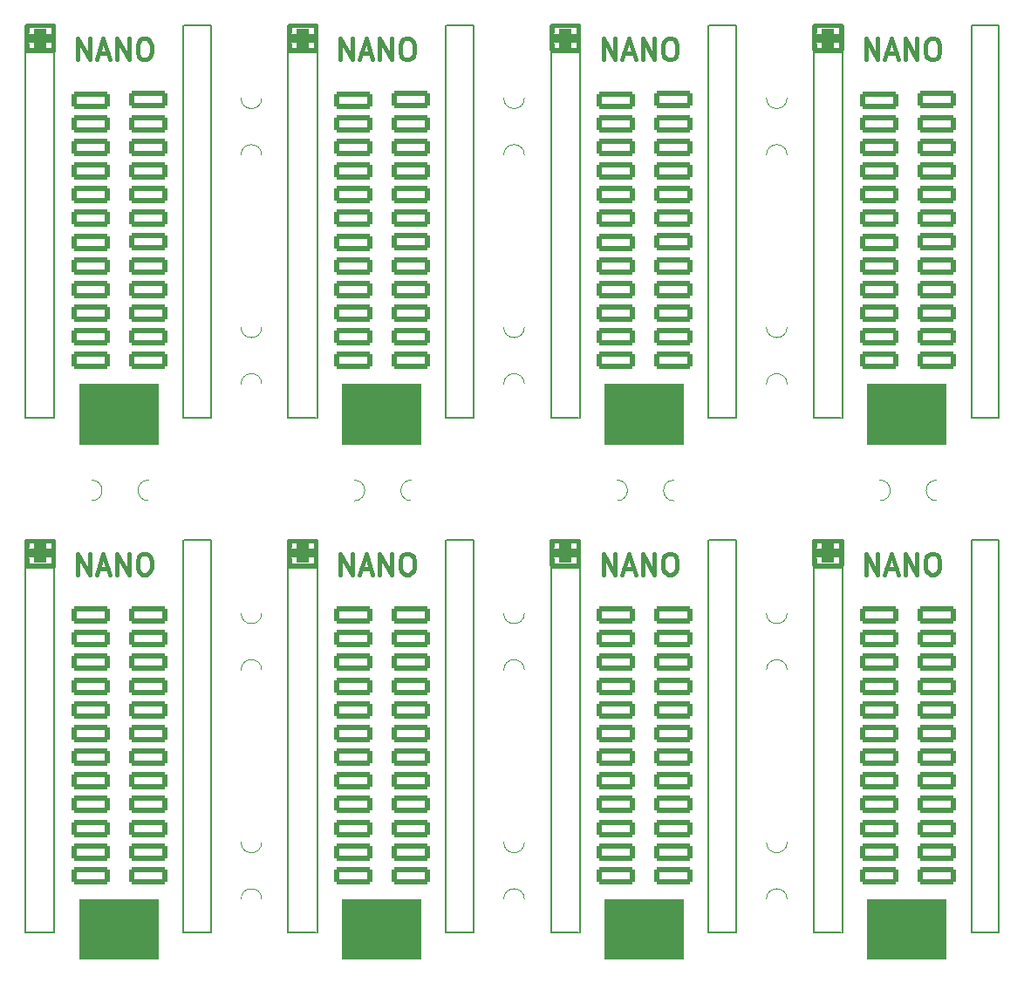
<source format=gto>
G04 #@! TF.GenerationSoftware,KiCad,Pcbnew,6.0.0-d3dd2cf0fa~116~ubuntu20.04.1*
G04 #@! TF.CreationDate,2022-01-17T17:50:43+01:00*
G04 #@! TF.ProjectId,8xArduino_GPIB_Cuttout,38784172-6475-4696-9e6f-5f475049425f,rev?*
G04 #@! TF.SameCoordinates,Original*
G04 #@! TF.FileFunction,Legend,Top*
G04 #@! TF.FilePolarity,Positive*
%FSLAX46Y46*%
G04 Gerber Fmt 4.6, Leading zero omitted, Abs format (unit mm)*
G04 Created by KiCad (PCBNEW 6.0.0-d3dd2cf0fa~116~ubuntu20.04.1) date 2022-01-17 17:50:43*
%MOMM*%
%LPD*%
G01*
G04 APERTURE LIST*
G04 Aperture macros list*
%AMRoundRect*
0 Rectangle with rounded corners*
0 $1 Rounding radius*
0 $2 $3 $4 $5 $6 $7 $8 $9 X,Y pos of 4 corners*
0 Add a 4 corners polygon primitive as box body*
4,1,4,$2,$3,$4,$5,$6,$7,$8,$9,$2,$3,0*
0 Add four circle primitives for the rounded corners*
1,1,$1+$1,$2,$3*
1,1,$1+$1,$4,$5*
1,1,$1+$1,$6,$7*
1,1,$1+$1,$8,$9*
0 Add four rect primitives between the rounded corners*
20,1,$1+$1,$2,$3,$4,$5,0*
20,1,$1+$1,$4,$5,$6,$7,0*
20,1,$1+$1,$6,$7,$8,$9,0*
20,1,$1+$1,$8,$9,$2,$3,0*%
G04 Aperture macros list end*
%ADD10C,0.400000*%
%ADD11C,0.100000*%
%ADD12C,0.120000*%
%ADD13C,0.200000*%
%ADD14C,0.300000*%
%ADD15C,0.602000*%
%ADD16RoundRect,0.251000X-1.600000X0.600000X-1.600000X-0.600000X1.600000X-0.600000X1.600000X0.600000X0*%
%ADD17RoundRect,0.476000X-0.625000X-0.425000X0.625000X-0.425000X0.625000X0.425000X-0.625000X0.425000X0*%
%ADD18O,2.202000X1.802000*%
G04 APERTURE END LIST*
D10*
X145620001Y-108525001D02*
X148145000Y-108525001D01*
X148145000Y-108525001D02*
X148145000Y-110980000D01*
X148145000Y-110980000D02*
X145620001Y-110980000D01*
X145620001Y-110980000D02*
X145620001Y-108525001D01*
X145620001Y-58525001D02*
X148145000Y-58525001D01*
X148145000Y-58525001D02*
X148145000Y-60980000D01*
X148145000Y-60980000D02*
X145620001Y-60980000D01*
X145620001Y-60980000D02*
X145620001Y-58525001D01*
X120120001Y-58525001D02*
X122645000Y-58525001D01*
X122645000Y-58525001D02*
X122645000Y-60980000D01*
X122645000Y-60980000D02*
X120120001Y-60980000D01*
X120120001Y-60980000D02*
X120120001Y-58525001D01*
X94620001Y-58525001D02*
X97145000Y-58525001D01*
X97145000Y-58525001D02*
X97145000Y-60980000D01*
X97145000Y-60980000D02*
X94620001Y-60980000D01*
X94620001Y-60980000D02*
X94620001Y-58525001D01*
X171120001Y-58525001D02*
X173645000Y-58525001D01*
X173645000Y-58525001D02*
X173645000Y-60980000D01*
X173645000Y-60980000D02*
X171120001Y-60980000D01*
X171120001Y-60980000D02*
X171120001Y-58525001D01*
X171120001Y-108525001D02*
X173645000Y-108525001D01*
X173645000Y-108525001D02*
X173645000Y-110980000D01*
X173645000Y-110980000D02*
X171120001Y-110980000D01*
X171120001Y-110980000D02*
X171120001Y-108525001D01*
X120120001Y-108525001D02*
X122645000Y-108525001D01*
X122645000Y-108525001D02*
X122645000Y-110980000D01*
X122645000Y-110980000D02*
X120120001Y-110980000D01*
X120120001Y-110980000D02*
X120120001Y-108525001D01*
X94620001Y-108525001D02*
X97145000Y-108525001D01*
X97145000Y-108525001D02*
X97145000Y-110980000D01*
X97145000Y-110980000D02*
X94620001Y-110980000D01*
X94620001Y-110980000D02*
X94620001Y-108525001D01*
X99571190Y-111814761D02*
X99571190Y-109814761D01*
X100714047Y-111814761D01*
X100714047Y-109814761D01*
X101571190Y-111243333D02*
X102523571Y-111243333D01*
X101380714Y-111814761D02*
X102047380Y-109814761D01*
X102714047Y-111814761D01*
X103380714Y-111814761D02*
X103380714Y-109814761D01*
X104523571Y-111814761D01*
X104523571Y-109814761D01*
X105856904Y-109814761D02*
X106237857Y-109814761D01*
X106428333Y-109910000D01*
X106618809Y-110100476D01*
X106714047Y-110481428D01*
X106714047Y-111148095D01*
X106618809Y-111529047D01*
X106428333Y-111719523D01*
X106237857Y-111814761D01*
X105856904Y-111814761D01*
X105666428Y-111719523D01*
X105475952Y-111529047D01*
X105380714Y-111148095D01*
X105380714Y-110481428D01*
X105475952Y-110100476D01*
X105666428Y-109910000D01*
X105856904Y-109814761D01*
X176071190Y-61814761D02*
X176071190Y-59814761D01*
X177214047Y-61814761D01*
X177214047Y-59814761D01*
X178071190Y-61243333D02*
X179023571Y-61243333D01*
X177880714Y-61814761D02*
X178547380Y-59814761D01*
X179214047Y-61814761D01*
X179880714Y-61814761D02*
X179880714Y-59814761D01*
X181023571Y-61814761D01*
X181023571Y-59814761D01*
X182356904Y-59814761D02*
X182737857Y-59814761D01*
X182928333Y-59910000D01*
X183118809Y-60100476D01*
X183214047Y-60481428D01*
X183214047Y-61148095D01*
X183118809Y-61529047D01*
X182928333Y-61719523D01*
X182737857Y-61814761D01*
X182356904Y-61814761D01*
X182166428Y-61719523D01*
X181975952Y-61529047D01*
X181880714Y-61148095D01*
X181880714Y-60481428D01*
X181975952Y-60100476D01*
X182166428Y-59910000D01*
X182356904Y-59814761D01*
X125071190Y-111814761D02*
X125071190Y-109814761D01*
X126214047Y-111814761D01*
X126214047Y-109814761D01*
X127071190Y-111243333D02*
X128023571Y-111243333D01*
X126880714Y-111814761D02*
X127547380Y-109814761D01*
X128214047Y-111814761D01*
X128880714Y-111814761D02*
X128880714Y-109814761D01*
X130023571Y-111814761D01*
X130023571Y-109814761D01*
X131356904Y-109814761D02*
X131737857Y-109814761D01*
X131928333Y-109910000D01*
X132118809Y-110100476D01*
X132214047Y-110481428D01*
X132214047Y-111148095D01*
X132118809Y-111529047D01*
X131928333Y-111719523D01*
X131737857Y-111814761D01*
X131356904Y-111814761D01*
X131166428Y-111719523D01*
X130975952Y-111529047D01*
X130880714Y-111148095D01*
X130880714Y-110481428D01*
X130975952Y-110100476D01*
X131166428Y-109910000D01*
X131356904Y-109814761D01*
X99571190Y-61814761D02*
X99571190Y-59814761D01*
X100714047Y-61814761D01*
X100714047Y-59814761D01*
X101571190Y-61243333D02*
X102523571Y-61243333D01*
X101380714Y-61814761D02*
X102047380Y-59814761D01*
X102714047Y-61814761D01*
X103380714Y-61814761D02*
X103380714Y-59814761D01*
X104523571Y-61814761D01*
X104523571Y-59814761D01*
X105856904Y-59814761D02*
X106237857Y-59814761D01*
X106428333Y-59910000D01*
X106618809Y-60100476D01*
X106714047Y-60481428D01*
X106714047Y-61148095D01*
X106618809Y-61529047D01*
X106428333Y-61719523D01*
X106237857Y-61814761D01*
X105856904Y-61814761D01*
X105666428Y-61719523D01*
X105475952Y-61529047D01*
X105380714Y-61148095D01*
X105380714Y-60481428D01*
X105475952Y-60100476D01*
X105666428Y-59910000D01*
X105856904Y-59814761D01*
X150571190Y-111814761D02*
X150571190Y-109814761D01*
X151714047Y-111814761D01*
X151714047Y-109814761D01*
X152571190Y-111243333D02*
X153523571Y-111243333D01*
X152380714Y-111814761D02*
X153047380Y-109814761D01*
X153714047Y-111814761D01*
X154380714Y-111814761D02*
X154380714Y-109814761D01*
X155523571Y-111814761D01*
X155523571Y-109814761D01*
X156856904Y-109814761D02*
X157237857Y-109814761D01*
X157428333Y-109910000D01*
X157618809Y-110100476D01*
X157714047Y-110481428D01*
X157714047Y-111148095D01*
X157618809Y-111529047D01*
X157428333Y-111719523D01*
X157237857Y-111814761D01*
X156856904Y-111814761D01*
X156666428Y-111719523D01*
X156475952Y-111529047D01*
X156380714Y-111148095D01*
X156380714Y-110481428D01*
X156475952Y-110100476D01*
X156666428Y-109910000D01*
X156856904Y-109814761D01*
X125071190Y-61814761D02*
X125071190Y-59814761D01*
X126214047Y-61814761D01*
X126214047Y-59814761D01*
X127071190Y-61243333D02*
X128023571Y-61243333D01*
X126880714Y-61814761D02*
X127547380Y-59814761D01*
X128214047Y-61814761D01*
X128880714Y-61814761D02*
X128880714Y-59814761D01*
X130023571Y-61814761D01*
X130023571Y-59814761D01*
X131356904Y-59814761D02*
X131737857Y-59814761D01*
X131928333Y-59910000D01*
X132118809Y-60100476D01*
X132214047Y-60481428D01*
X132214047Y-61148095D01*
X132118809Y-61529047D01*
X131928333Y-61719523D01*
X131737857Y-61814761D01*
X131356904Y-61814761D01*
X131166428Y-61719523D01*
X130975952Y-61529047D01*
X130880714Y-61148095D01*
X130880714Y-60481428D01*
X130975952Y-60100476D01*
X131166428Y-59910000D01*
X131356904Y-59814761D01*
X176071190Y-111814761D02*
X176071190Y-109814761D01*
X177214047Y-111814761D01*
X177214047Y-109814761D01*
X178071190Y-111243333D02*
X179023571Y-111243333D01*
X177880714Y-111814761D02*
X178547380Y-109814761D01*
X179214047Y-111814761D01*
X179880714Y-111814761D02*
X179880714Y-109814761D01*
X181023571Y-111814761D01*
X181023571Y-109814761D01*
X182356904Y-109814761D02*
X182737857Y-109814761D01*
X182928333Y-109910000D01*
X183118809Y-110100476D01*
X183214047Y-110481428D01*
X183214047Y-111148095D01*
X183118809Y-111529047D01*
X182928333Y-111719523D01*
X182737857Y-111814761D01*
X182356904Y-111814761D01*
X182166428Y-111719523D01*
X181975952Y-111529047D01*
X181880714Y-111148095D01*
X181880714Y-110481428D01*
X181975952Y-110100476D01*
X182166428Y-109910000D01*
X182356904Y-109814761D01*
X150571190Y-61814761D02*
X150571190Y-59814761D01*
X151714047Y-61814761D01*
X151714047Y-59814761D01*
X152571190Y-61243333D02*
X153523571Y-61243333D01*
X152380714Y-61814761D02*
X153047380Y-59814761D01*
X153714047Y-61814761D01*
X154380714Y-61814761D02*
X154380714Y-59814761D01*
X155523571Y-61814761D01*
X155523571Y-59814761D01*
X156856904Y-59814761D02*
X157237857Y-59814761D01*
X157428333Y-59910000D01*
X157618809Y-60100476D01*
X157714047Y-60481428D01*
X157714047Y-61148095D01*
X157618809Y-61529047D01*
X157428333Y-61719523D01*
X157237857Y-61814761D01*
X156856904Y-61814761D01*
X156666428Y-61719523D01*
X156475952Y-61529047D01*
X156380714Y-61148095D01*
X156380714Y-60481428D01*
X156475952Y-60100476D01*
X156666428Y-59910000D01*
X156856904Y-59814761D01*
D11*
X142920000Y-121095000D02*
G75*
G03*
X140920000Y-121095000I-1000000J0D01*
G01*
X140920000Y-115595000D02*
G75*
G03*
X142920000Y-115595000I1000000J0D01*
G01*
X142920000Y-143330000D02*
G75*
G03*
X140920000Y-143330000I-1000000J0D01*
G01*
X140920000Y-137830000D02*
G75*
G03*
X142920000Y-137830000I1000000J0D01*
G01*
D12*
X173670001Y-111015001D02*
X171000001Y-111015001D01*
D13*
X173670001Y-146575001D02*
X170990001Y-146575001D01*
X186300001Y-108475001D02*
X186300001Y-146575001D01*
X173800001Y-111015001D02*
X173800001Y-146575001D01*
X186370001Y-146575001D02*
X189000001Y-146575001D01*
X171000001Y-110905001D02*
X170990001Y-146575001D01*
X189000001Y-108475001D02*
X189000001Y-146575001D01*
X186370001Y-108475001D02*
X189000001Y-108475001D01*
D12*
X176210001Y-143335001D02*
X183820001Y-143335001D01*
X183820001Y-143335001D02*
X183820001Y-149145001D01*
X183820001Y-149145001D02*
X176210001Y-149145001D01*
X176210001Y-149145001D02*
X176210001Y-143335001D01*
G36*
X176210001Y-143335001D02*
G01*
X183820001Y-143335001D01*
X183820001Y-149145001D01*
X176210001Y-149145001D01*
X176210001Y-143335001D01*
G37*
D14*
X171050001Y-108585001D02*
X173780001Y-108585001D01*
X173780001Y-108585001D02*
X173780001Y-110905001D01*
X173780001Y-110905001D02*
X171050001Y-110905001D01*
X171050001Y-110905001D02*
X171050001Y-108585001D01*
D13*
X122800001Y-61015001D02*
X122800001Y-96575001D01*
D12*
X122670001Y-61015001D02*
X120000001Y-61015001D01*
D13*
X135300001Y-58475001D02*
X135300001Y-96575001D01*
X120000001Y-60905001D02*
X119990001Y-96575001D01*
X138000001Y-58475001D02*
X138000001Y-96575001D01*
X135370001Y-58475001D02*
X138000001Y-58475001D01*
X122670001Y-96575001D02*
X119990001Y-96575001D01*
X135370001Y-96575001D02*
X138000001Y-96575001D01*
D14*
X120050001Y-58585001D02*
X122780001Y-58585001D01*
X122780001Y-58585001D02*
X122780001Y-60905001D01*
X122780001Y-60905001D02*
X120050001Y-60905001D01*
X120050001Y-60905001D02*
X120050001Y-58585001D01*
D12*
X125210001Y-93335001D02*
X132820001Y-93335001D01*
X132820001Y-93335001D02*
X132820001Y-99145001D01*
X132820001Y-99145001D02*
X125210001Y-99145001D01*
X125210001Y-99145001D02*
X125210001Y-93335001D01*
G36*
X125210001Y-93335001D02*
G01*
X132820001Y-93335001D01*
X132820001Y-99145001D01*
X125210001Y-99145001D01*
X125210001Y-93335001D01*
G37*
D11*
X140920000Y-65595000D02*
G75*
G03*
X142920000Y-65595000I1000000J0D01*
G01*
X142920000Y-71095000D02*
G75*
G03*
X140920000Y-71095000I-1000000J0D01*
G01*
X126430000Y-104660000D02*
G75*
G03*
X126430000Y-102660000I0J1000000D01*
G01*
X131930000Y-102660000D02*
G75*
G03*
X131930000Y-104660000I0J-1000000D01*
G01*
X115420000Y-87830000D02*
G75*
G03*
X117420000Y-87830000I1000000J0D01*
G01*
X117420000Y-93330000D02*
G75*
G03*
X115420000Y-93330000I-1000000J0D01*
G01*
X106430000Y-102660000D02*
G75*
G03*
X106430000Y-104660000I0J-1000000D01*
G01*
X100930000Y-104660000D02*
G75*
G03*
X100930000Y-102660000I0J1000000D01*
G01*
X117420000Y-71095000D02*
G75*
G03*
X115420000Y-71095000I-1000000J0D01*
G01*
X115420000Y-65595000D02*
G75*
G03*
X117420000Y-65595000I1000000J0D01*
G01*
D13*
X97170001Y-146575001D02*
X94490001Y-146575001D01*
D12*
X97170001Y-111015001D02*
X94500001Y-111015001D01*
D13*
X94500001Y-110905001D02*
X94490001Y-146575001D01*
X109800001Y-108475001D02*
X109800001Y-146575001D01*
X112500001Y-108475001D02*
X112500001Y-146575001D01*
X97300001Y-111015001D02*
X97300001Y-146575001D01*
X109870001Y-146575001D02*
X112500001Y-146575001D01*
X109870001Y-108475001D02*
X112500001Y-108475001D01*
D12*
X99710001Y-143335001D02*
X107320001Y-143335001D01*
X107320001Y-143335001D02*
X107320001Y-149145001D01*
X107320001Y-149145001D02*
X99710001Y-149145001D01*
X99710001Y-149145001D02*
X99710001Y-143335001D01*
G36*
X99710001Y-143335001D02*
G01*
X107320001Y-143335001D01*
X107320001Y-149145001D01*
X99710001Y-149145001D01*
X99710001Y-143335001D01*
G37*
D14*
X94550001Y-108585001D02*
X97280001Y-108585001D01*
X97280001Y-108585001D02*
X97280001Y-110905001D01*
X97280001Y-110905001D02*
X94550001Y-110905001D01*
X94550001Y-110905001D02*
X94550001Y-108585001D01*
D11*
X166420000Y-65595000D02*
G75*
G03*
X168420000Y-65595000I1000000J0D01*
G01*
X168420000Y-71095000D02*
G75*
G03*
X166420000Y-71095000I-1000000J0D01*
G01*
X168420000Y-93330000D02*
G75*
G03*
X166420000Y-93330000I-1000000J0D01*
G01*
X166420000Y-87830000D02*
G75*
G03*
X168420000Y-87830000I1000000J0D01*
G01*
X182930000Y-102660000D02*
G75*
G03*
X182930000Y-104660000I0J-1000000D01*
G01*
X177430000Y-104660000D02*
G75*
G03*
X177430000Y-102660000I0J1000000D01*
G01*
X140920000Y-87830000D02*
G75*
G03*
X142920000Y-87830000I1000000J0D01*
G01*
X142920000Y-93330000D02*
G75*
G03*
X140920000Y-93330000I-1000000J0D01*
G01*
X157430000Y-102660000D02*
G75*
G03*
X157430000Y-104660000I0J-1000000D01*
G01*
X151930000Y-104660000D02*
G75*
G03*
X151930000Y-102660000I0J1000000D01*
G01*
D13*
X148300001Y-61015001D02*
X148300001Y-96575001D01*
X160870001Y-96575001D02*
X163500001Y-96575001D01*
X160870001Y-58475001D02*
X163500001Y-58475001D01*
D12*
X148170001Y-61015001D02*
X145500001Y-61015001D01*
D13*
X163500001Y-58475001D02*
X163500001Y-96575001D01*
X148170001Y-96575001D02*
X145490001Y-96575001D01*
X145500001Y-60905001D02*
X145490001Y-96575001D01*
X160800001Y-58475001D02*
X160800001Y-96575001D01*
D14*
X145550001Y-58585001D02*
X148280001Y-58585001D01*
X148280001Y-58585001D02*
X148280001Y-60905001D01*
X148280001Y-60905001D02*
X145550001Y-60905001D01*
X145550001Y-60905001D02*
X145550001Y-58585001D01*
D12*
X150710001Y-93335001D02*
X158320001Y-93335001D01*
X158320001Y-93335001D02*
X158320001Y-99145001D01*
X158320001Y-99145001D02*
X150710001Y-99145001D01*
X150710001Y-99145001D02*
X150710001Y-93335001D01*
G36*
X150710001Y-93335001D02*
G01*
X158320001Y-93335001D01*
X158320001Y-99145001D01*
X150710001Y-99145001D01*
X150710001Y-93335001D01*
G37*
D11*
X115420000Y-137830000D02*
G75*
G03*
X117420000Y-137830000I1000000J0D01*
G01*
X117420000Y-143330000D02*
G75*
G03*
X115420000Y-143330000I-1000000J0D01*
G01*
X168420000Y-143330000D02*
G75*
G03*
X166420000Y-143330000I-1000000J0D01*
G01*
X166420000Y-137830000D02*
G75*
G03*
X168420000Y-137830000I1000000J0D01*
G01*
D13*
X189000001Y-58475001D02*
X189000001Y-96575001D01*
X186370001Y-96575001D02*
X189000001Y-96575001D01*
X186370001Y-58475001D02*
X189000001Y-58475001D01*
X186300001Y-58475001D02*
X186300001Y-96575001D01*
X173670001Y-96575001D02*
X170990001Y-96575001D01*
X171000001Y-60905001D02*
X170990001Y-96575001D01*
D12*
X173670001Y-61015001D02*
X171000001Y-61015001D01*
D13*
X173800001Y-61015001D02*
X173800001Y-96575001D01*
D12*
X176210001Y-93335001D02*
X183820001Y-93335001D01*
X183820001Y-93335001D02*
X183820001Y-99145001D01*
X183820001Y-99145001D02*
X176210001Y-99145001D01*
X176210001Y-99145001D02*
X176210001Y-93335001D01*
G36*
X176210001Y-93335001D02*
G01*
X183820001Y-93335001D01*
X183820001Y-99145001D01*
X176210001Y-99145001D01*
X176210001Y-93335001D01*
G37*
D14*
X171050001Y-58585001D02*
X173780001Y-58585001D01*
X173780001Y-58585001D02*
X173780001Y-60905001D01*
X173780001Y-60905001D02*
X171050001Y-60905001D01*
X171050001Y-60905001D02*
X171050001Y-58585001D01*
D13*
X160870001Y-146575001D02*
X163500001Y-146575001D01*
X148300001Y-111015001D02*
X148300001Y-146575001D01*
X160870001Y-108475001D02*
X163500001Y-108475001D01*
D12*
X148170001Y-111015001D02*
X145500001Y-111015001D01*
D13*
X163500001Y-108475001D02*
X163500001Y-146575001D01*
X148170001Y-146575001D02*
X145490001Y-146575001D01*
X145500001Y-110905001D02*
X145490001Y-146575001D01*
X160800001Y-108475001D02*
X160800001Y-146575001D01*
D14*
X145550001Y-108585001D02*
X148280001Y-108585001D01*
X148280001Y-108585001D02*
X148280001Y-110905001D01*
X148280001Y-110905001D02*
X145550001Y-110905001D01*
X145550001Y-110905001D02*
X145550001Y-108585001D01*
D12*
X150710001Y-143335001D02*
X158320001Y-143335001D01*
X158320001Y-143335001D02*
X158320001Y-149145001D01*
X158320001Y-149145001D02*
X150710001Y-149145001D01*
X150710001Y-149145001D02*
X150710001Y-143335001D01*
G36*
X150710001Y-143335001D02*
G01*
X158320001Y-143335001D01*
X158320001Y-149145001D01*
X150710001Y-149145001D01*
X150710001Y-143335001D01*
G37*
D11*
X166420000Y-115595000D02*
G75*
G03*
X168420000Y-115595000I1000000J0D01*
G01*
X168420000Y-121095000D02*
G75*
G03*
X166420000Y-121095000I-1000000J0D01*
G01*
X115420000Y-115595000D02*
G75*
G03*
X117420000Y-115595000I1000000J0D01*
G01*
X117420000Y-121095000D02*
G75*
G03*
X115420000Y-121095000I-1000000J0D01*
G01*
D13*
X122670001Y-146575001D02*
X119990001Y-146575001D01*
X135300001Y-108475001D02*
X135300001Y-146575001D01*
X135370001Y-108475001D02*
X138000001Y-108475001D01*
X135370001Y-146575001D02*
X138000001Y-146575001D01*
X120000001Y-110905001D02*
X119990001Y-146575001D01*
X138000001Y-108475001D02*
X138000001Y-146575001D01*
D12*
X122670001Y-111015001D02*
X120000001Y-111015001D01*
D13*
X122800001Y-111015001D02*
X122800001Y-146575001D01*
D14*
X120050001Y-108585001D02*
X122780001Y-108585001D01*
X122780001Y-108585001D02*
X122780001Y-110905001D01*
X122780001Y-110905001D02*
X120050001Y-110905001D01*
X120050001Y-110905001D02*
X120050001Y-108585001D01*
D12*
X125210001Y-143335001D02*
X132820001Y-143335001D01*
X132820001Y-143335001D02*
X132820001Y-149145001D01*
X132820001Y-149145001D02*
X125210001Y-149145001D01*
X125210001Y-149145001D02*
X125210001Y-143335001D01*
G36*
X125210001Y-143335001D02*
G01*
X132820001Y-143335001D01*
X132820001Y-149145001D01*
X125210001Y-149145001D01*
X125210001Y-143335001D01*
G37*
X97170001Y-61015001D02*
X94500001Y-61015001D01*
D13*
X97300001Y-61015001D02*
X97300001Y-96575001D01*
X109800001Y-58475001D02*
X109800001Y-96575001D01*
X109870001Y-58475001D02*
X112500001Y-58475001D01*
X97170001Y-96575001D02*
X94490001Y-96575001D01*
X109870001Y-96575001D02*
X112500001Y-96575001D01*
X112500001Y-58475001D02*
X112500001Y-96575001D01*
X94500001Y-60905001D02*
X94490001Y-96575001D01*
D12*
X99710001Y-93335001D02*
X107320001Y-93335001D01*
X107320001Y-93335001D02*
X107320001Y-99145001D01*
X107320001Y-99145001D02*
X99710001Y-99145001D01*
X99710001Y-99145001D02*
X99710001Y-93335001D01*
G36*
X99710001Y-93335001D02*
G01*
X107320001Y-93335001D01*
X107320001Y-99145001D01*
X99710001Y-99145001D01*
X99710001Y-93335001D01*
G37*
D14*
X94550001Y-58585001D02*
X97280001Y-58585001D01*
X97280001Y-58585001D02*
X97280001Y-60905001D01*
X97280001Y-60905001D02*
X94550001Y-60905001D01*
X94550001Y-60905001D02*
X94550001Y-58585001D01*
%LPC*%
D15*
X142670000Y-116845000D03*
X142670000Y-118345000D03*
X141170000Y-119845000D03*
X142670000Y-117595000D03*
X141170000Y-119095000D03*
X141170000Y-118345000D03*
X141170000Y-116845000D03*
X142670000Y-119845000D03*
X141170000Y-117595000D03*
X142670000Y-119095000D03*
D16*
X157415000Y-91050000D03*
X157415000Y-88750000D03*
X157415000Y-86450000D03*
X157415000Y-84150000D03*
X157415000Y-81850000D03*
X157415000Y-79550000D03*
X157415000Y-77250000D03*
X157415000Y-74950000D03*
X157415000Y-72650000D03*
X157415000Y-70350000D03*
X157415000Y-68050000D03*
X157415000Y-65750000D03*
X151835000Y-91050000D03*
X151835000Y-88750900D03*
X151835000Y-86451810D03*
X151835000Y-84152720D03*
X151835000Y-81853630D03*
X151835000Y-79554540D03*
X151835000Y-77255450D03*
X151835000Y-74956360D03*
X151835000Y-72657270D03*
X151835000Y-70358180D03*
X151835000Y-68059090D03*
X151835000Y-65760000D03*
D15*
X141170000Y-142080000D03*
X142670000Y-142080000D03*
X142670000Y-139830000D03*
X142670000Y-139080000D03*
X142670000Y-141330000D03*
X142670000Y-140580000D03*
X141170000Y-140580000D03*
X141170000Y-139830000D03*
X141170000Y-141330000D03*
X141170000Y-139080000D03*
D17*
X172400001Y-109745001D03*
D18*
X172400001Y-112285001D03*
X172400001Y-114825001D03*
X172400001Y-117365001D03*
X172400001Y-119905001D03*
X172400001Y-122445001D03*
X172400001Y-124985001D03*
X172400001Y-127525001D03*
X172400001Y-130065001D03*
X172400001Y-132605001D03*
X172400001Y-135145001D03*
X172400001Y-137685001D03*
X172400001Y-140225001D03*
X172400001Y-142765001D03*
X172400001Y-145305001D03*
X187640001Y-145305001D03*
X187640001Y-142765001D03*
X187640001Y-140225001D03*
X187640001Y-137685001D03*
X187640001Y-135145001D03*
X187640001Y-132605001D03*
X187640001Y-130065001D03*
X187640001Y-127525001D03*
X187640001Y-124985001D03*
X187640001Y-122445001D03*
X187640001Y-119905001D03*
X187640001Y-117365001D03*
X187640001Y-114825001D03*
X187640001Y-112285001D03*
X187640001Y-109745001D03*
D16*
X131915000Y-141050000D03*
X131915000Y-138750000D03*
X131915000Y-136450000D03*
X131915000Y-134150000D03*
X131915000Y-131850000D03*
X131915000Y-129550000D03*
X131915000Y-127250000D03*
X131915000Y-124950000D03*
X131915000Y-122650000D03*
X131915000Y-120350000D03*
X131915000Y-118050000D03*
X131915000Y-115750000D03*
X126335000Y-141050000D03*
X126335000Y-138750900D03*
X126335000Y-136451810D03*
X126335000Y-134152720D03*
X126335000Y-131853630D03*
X126335000Y-129554540D03*
X126335000Y-127255450D03*
X126335000Y-124956360D03*
X126335000Y-122657270D03*
X126335000Y-120358180D03*
X126335000Y-118059090D03*
X126335000Y-115760000D03*
D17*
X121400001Y-59745001D03*
D18*
X121400001Y-62285001D03*
X121400001Y-64825001D03*
X121400001Y-67365001D03*
X121400001Y-69905001D03*
X121400001Y-72445001D03*
X121400001Y-74985001D03*
X121400001Y-77525001D03*
X121400001Y-80065001D03*
X121400001Y-82605001D03*
X121400001Y-85145001D03*
X121400001Y-87685001D03*
X121400001Y-90225001D03*
X121400001Y-92765001D03*
X121400001Y-95305001D03*
X136640001Y-95305001D03*
X136640001Y-92765001D03*
X136640001Y-90225001D03*
X136640001Y-87685001D03*
X136640001Y-85145001D03*
X136640001Y-82605001D03*
X136640001Y-80065001D03*
X136640001Y-77525001D03*
X136640001Y-74985001D03*
X136640001Y-72445001D03*
X136640001Y-69905001D03*
X136640001Y-67365001D03*
X136640001Y-64825001D03*
X136640001Y-62285001D03*
X136640001Y-59745001D03*
D16*
X106392500Y-91050000D03*
X106392500Y-88750000D03*
X106392500Y-86450000D03*
X106392500Y-84150000D03*
X106392500Y-81850000D03*
X106392500Y-79550000D03*
X106392500Y-77250000D03*
X106392500Y-74950000D03*
X106392500Y-72650000D03*
X106392500Y-70350000D03*
X106392500Y-68050000D03*
X106392500Y-65750000D03*
X100812500Y-91050000D03*
X100812500Y-88750900D03*
X100812500Y-86451810D03*
X100812500Y-84152720D03*
X100812500Y-81853630D03*
X100812500Y-79554540D03*
X100812500Y-77255450D03*
X100812500Y-74956360D03*
X100812500Y-72657270D03*
X100812500Y-70358180D03*
X100812500Y-68059090D03*
X100812500Y-65760000D03*
D15*
X142670000Y-69095000D03*
X141170000Y-66845000D03*
X142670000Y-67595000D03*
X142670000Y-66845000D03*
X141170000Y-69095000D03*
X141170000Y-69845000D03*
X141170000Y-67595000D03*
X141170000Y-68345000D03*
X142670000Y-68345000D03*
X142670000Y-69845000D03*
X130680000Y-104410000D03*
X129930000Y-104410000D03*
X127680000Y-104410000D03*
X129930000Y-102910000D03*
X128430000Y-102910000D03*
X129180000Y-104410000D03*
X128430000Y-104410000D03*
X129180000Y-102910000D03*
X130680000Y-102910000D03*
X127680000Y-102910000D03*
X115670000Y-90580000D03*
X117170000Y-89080000D03*
X115670000Y-91330000D03*
X115670000Y-92080000D03*
X117170000Y-90580000D03*
X117170000Y-91330000D03*
X117170000Y-89830000D03*
X117170000Y-92080000D03*
X115670000Y-89830000D03*
X115670000Y-89080000D03*
X103680000Y-102910000D03*
X105180000Y-102910000D03*
X103680000Y-104410000D03*
X102180000Y-102910000D03*
X105180000Y-104410000D03*
X102930000Y-104410000D03*
X102930000Y-102910000D03*
X104430000Y-102910000D03*
X102180000Y-104410000D03*
X104430000Y-104410000D03*
X117170000Y-67595000D03*
X115670000Y-66845000D03*
X115670000Y-69095000D03*
X117170000Y-69845000D03*
X117170000Y-69095000D03*
X117170000Y-66845000D03*
X115670000Y-69845000D03*
X115670000Y-67595000D03*
X115670000Y-68345000D03*
X117170000Y-68345000D03*
D17*
X95900001Y-109745001D03*
D18*
X95900001Y-112285001D03*
X95900001Y-114825001D03*
X95900001Y-117365001D03*
X95900001Y-119905001D03*
X95900001Y-122445001D03*
X95900001Y-124985001D03*
X95900001Y-127525001D03*
X95900001Y-130065001D03*
X95900001Y-132605001D03*
X95900001Y-135145001D03*
X95900001Y-137685001D03*
X95900001Y-140225001D03*
X95900001Y-142765001D03*
X95900001Y-145305001D03*
X111140001Y-145305001D03*
X111140001Y-142765001D03*
X111140001Y-140225001D03*
X111140001Y-137685001D03*
X111140001Y-135145001D03*
X111140001Y-132605001D03*
X111140001Y-130065001D03*
X111140001Y-127525001D03*
X111140001Y-124985001D03*
X111140001Y-122445001D03*
X111140001Y-119905001D03*
X111140001Y-117365001D03*
X111140001Y-114825001D03*
X111140001Y-112285001D03*
X111140001Y-109745001D03*
D15*
X166670000Y-67595000D03*
X168170000Y-66845000D03*
X166670000Y-66845000D03*
X168170000Y-68345000D03*
X166670000Y-68345000D03*
X166670000Y-69845000D03*
X168170000Y-69095000D03*
X168170000Y-69845000D03*
X168170000Y-67595000D03*
X166670000Y-69095000D03*
X166670000Y-91330000D03*
X166670000Y-89080000D03*
X168170000Y-89080000D03*
X168170000Y-91330000D03*
X166670000Y-89830000D03*
X166670000Y-92080000D03*
X168170000Y-92080000D03*
X168170000Y-89830000D03*
X166670000Y-90580000D03*
X168170000Y-90580000D03*
D16*
X131915000Y-91050000D03*
X131915000Y-88750000D03*
X131915000Y-86450000D03*
X131915000Y-84150000D03*
X131915000Y-81850000D03*
X131915000Y-79550000D03*
X131915000Y-77250000D03*
X131915000Y-74950000D03*
X131915000Y-72650000D03*
X131915000Y-70350000D03*
X131915000Y-68050000D03*
X131915000Y-65750000D03*
X126335000Y-91050000D03*
X126335000Y-88750900D03*
X126335000Y-86451810D03*
X126335000Y-84152720D03*
X126335000Y-81853630D03*
X126335000Y-79554540D03*
X126335000Y-77255450D03*
X126335000Y-74956360D03*
X126335000Y-72657270D03*
X126335000Y-70358180D03*
X126335000Y-68059090D03*
X126335000Y-65760000D03*
D15*
X180180000Y-102910000D03*
X181680000Y-104410000D03*
X179430000Y-102910000D03*
X180930000Y-104410000D03*
X179430000Y-104410000D03*
X180930000Y-102910000D03*
X180180000Y-104410000D03*
X181680000Y-102910000D03*
X178680000Y-102910000D03*
X178680000Y-104410000D03*
D16*
X182915000Y-91050000D03*
X182915000Y-88750000D03*
X182915000Y-86450000D03*
X182915000Y-84150000D03*
X182915000Y-81850000D03*
X182915000Y-79550000D03*
X182915000Y-77250000D03*
X182915000Y-74950000D03*
X182915000Y-72650000D03*
X182915000Y-70350000D03*
X182915000Y-68050000D03*
X182915000Y-65750000D03*
X177335000Y-91050000D03*
X177335000Y-88750900D03*
X177335000Y-86451810D03*
X177335000Y-84152720D03*
X177335000Y-81853630D03*
X177335000Y-79554540D03*
X177335000Y-77255450D03*
X177335000Y-74956360D03*
X177335000Y-72657270D03*
X177335000Y-70358180D03*
X177335000Y-68059090D03*
X177335000Y-65760000D03*
D15*
X142670000Y-89830000D03*
X141170000Y-92080000D03*
X141170000Y-90580000D03*
X141170000Y-89830000D03*
X142670000Y-89080000D03*
X141170000Y-91330000D03*
X141170000Y-89080000D03*
X142670000Y-91330000D03*
X142670000Y-92080000D03*
X142670000Y-90580000D03*
X155430000Y-104410000D03*
X153180000Y-102910000D03*
X155430000Y-102910000D03*
X153930000Y-104410000D03*
X156180000Y-102910000D03*
X153180000Y-104410000D03*
X156180000Y-104410000D03*
X153930000Y-102910000D03*
X154680000Y-102910000D03*
X154680000Y-104410000D03*
D17*
X146900001Y-59745001D03*
D18*
X146900001Y-62285001D03*
X146900001Y-64825001D03*
X146900001Y-67365001D03*
X146900001Y-69905001D03*
X146900001Y-72445001D03*
X146900001Y-74985001D03*
X146900001Y-77525001D03*
X146900001Y-80065001D03*
X146900001Y-82605001D03*
X146900001Y-85145001D03*
X146900001Y-87685001D03*
X146900001Y-90225001D03*
X146900001Y-92765001D03*
X146900001Y-95305001D03*
X162140001Y-95305001D03*
X162140001Y-92765001D03*
X162140001Y-90225001D03*
X162140001Y-87685001D03*
X162140001Y-85145001D03*
X162140001Y-82605001D03*
X162140001Y-80065001D03*
X162140001Y-77525001D03*
X162140001Y-74985001D03*
X162140001Y-72445001D03*
X162140001Y-69905001D03*
X162140001Y-67365001D03*
X162140001Y-64825001D03*
X162140001Y-62285001D03*
X162140001Y-59745001D03*
D15*
X117170000Y-142080000D03*
X117170000Y-139080000D03*
X115670000Y-142080000D03*
X115670000Y-141330000D03*
X117170000Y-141330000D03*
X117170000Y-139830000D03*
X115670000Y-140580000D03*
X117170000Y-140580000D03*
X115670000Y-139080000D03*
X115670000Y-139830000D03*
X166670000Y-141330000D03*
X166670000Y-140580000D03*
X168170000Y-139830000D03*
X168170000Y-142080000D03*
X166670000Y-142080000D03*
X168170000Y-141330000D03*
X168170000Y-139080000D03*
X168170000Y-140580000D03*
X166670000Y-139080000D03*
X166670000Y-139830000D03*
D16*
X182915000Y-141050000D03*
X182915000Y-138750000D03*
X182915000Y-136450000D03*
X182915000Y-134150000D03*
X182915000Y-131850000D03*
X182915000Y-129550000D03*
X182915000Y-127250000D03*
X182915000Y-124950000D03*
X182915000Y-122650000D03*
X182915000Y-120350000D03*
X182915000Y-118050000D03*
X182915000Y-115750000D03*
X177335000Y-141050000D03*
X177335000Y-138750900D03*
X177335000Y-136451810D03*
X177335000Y-134152720D03*
X177335000Y-131853630D03*
X177335000Y-129554540D03*
X177335000Y-127255450D03*
X177335000Y-124956360D03*
X177335000Y-122657270D03*
X177335000Y-120358180D03*
X177335000Y-118059090D03*
X177335000Y-115760000D03*
D17*
X172400001Y-59745001D03*
D18*
X172400001Y-62285001D03*
X172400001Y-64825001D03*
X172400001Y-67365001D03*
X172400001Y-69905001D03*
X172400001Y-72445001D03*
X172400001Y-74985001D03*
X172400001Y-77525001D03*
X172400001Y-80065001D03*
X172400001Y-82605001D03*
X172400001Y-85145001D03*
X172400001Y-87685001D03*
X172400001Y-90225001D03*
X172400001Y-92765001D03*
X172400001Y-95305001D03*
X187640001Y-95305001D03*
X187640001Y-92765001D03*
X187640001Y-90225001D03*
X187640001Y-87685001D03*
X187640001Y-85145001D03*
X187640001Y-82605001D03*
X187640001Y-80065001D03*
X187640001Y-77525001D03*
X187640001Y-74985001D03*
X187640001Y-72445001D03*
X187640001Y-69905001D03*
X187640001Y-67365001D03*
X187640001Y-64825001D03*
X187640001Y-62285001D03*
X187640001Y-59745001D03*
D17*
X146900001Y-109745001D03*
D18*
X146900001Y-112285001D03*
X146900001Y-114825001D03*
X146900001Y-117365001D03*
X146900001Y-119905001D03*
X146900001Y-122445001D03*
X146900001Y-124985001D03*
X146900001Y-127525001D03*
X146900001Y-130065001D03*
X146900001Y-132605001D03*
X146900001Y-135145001D03*
X146900001Y-137685001D03*
X146900001Y-140225001D03*
X146900001Y-142765001D03*
X146900001Y-145305001D03*
X162140001Y-145305001D03*
X162140001Y-142765001D03*
X162140001Y-140225001D03*
X162140001Y-137685001D03*
X162140001Y-135145001D03*
X162140001Y-132605001D03*
X162140001Y-130065001D03*
X162140001Y-127525001D03*
X162140001Y-124985001D03*
X162140001Y-122445001D03*
X162140001Y-119905001D03*
X162140001Y-117365001D03*
X162140001Y-114825001D03*
X162140001Y-112285001D03*
X162140001Y-109745001D03*
D16*
X106415000Y-141050000D03*
X106415000Y-138750000D03*
X106415000Y-136450000D03*
X106415000Y-134150000D03*
X106415000Y-131850000D03*
X106415000Y-129550000D03*
X106415000Y-127250000D03*
X106415000Y-124950000D03*
X106415000Y-122650000D03*
X106415000Y-120350000D03*
X106415000Y-118050000D03*
X106415000Y-115750000D03*
X100835000Y-141050000D03*
X100835000Y-138750900D03*
X100835000Y-136451810D03*
X100835000Y-134152720D03*
X100835000Y-131853630D03*
X100835000Y-129554540D03*
X100835000Y-127255450D03*
X100835000Y-124956360D03*
X100835000Y-122657270D03*
X100835000Y-120358180D03*
X100835000Y-118059090D03*
X100835000Y-115760000D03*
D15*
X166670000Y-117595000D03*
X166670000Y-119845000D03*
X166670000Y-119095000D03*
X168170000Y-118345000D03*
X168170000Y-116845000D03*
X168170000Y-117595000D03*
X166670000Y-118345000D03*
X166670000Y-116845000D03*
X168170000Y-119845000D03*
X168170000Y-119095000D03*
X117170000Y-119095000D03*
X117170000Y-119845000D03*
X117170000Y-116845000D03*
X117170000Y-118345000D03*
X115670000Y-117595000D03*
X115670000Y-116845000D03*
X117170000Y-117595000D03*
X115670000Y-118345000D03*
X115670000Y-119095000D03*
X115670000Y-119845000D03*
D17*
X121400001Y-109745001D03*
D18*
X121400001Y-112285001D03*
X121400001Y-114825001D03*
X121400001Y-117365001D03*
X121400001Y-119905001D03*
X121400001Y-122445001D03*
X121400001Y-124985001D03*
X121400001Y-127525001D03*
X121400001Y-130065001D03*
X121400001Y-132605001D03*
X121400001Y-135145001D03*
X121400001Y-137685001D03*
X121400001Y-140225001D03*
X121400001Y-142765001D03*
X121400001Y-145305001D03*
X136640001Y-145305001D03*
X136640001Y-142765001D03*
X136640001Y-140225001D03*
X136640001Y-137685001D03*
X136640001Y-135145001D03*
X136640001Y-132605001D03*
X136640001Y-130065001D03*
X136640001Y-127525001D03*
X136640001Y-124985001D03*
X136640001Y-122445001D03*
X136640001Y-119905001D03*
X136640001Y-117365001D03*
X136640001Y-114825001D03*
X136640001Y-112285001D03*
X136640001Y-109745001D03*
D17*
X95900001Y-59745001D03*
D18*
X95900001Y-62285001D03*
X95900001Y-64825001D03*
X95900001Y-67365001D03*
X95900001Y-69905001D03*
X95900001Y-72445001D03*
X95900001Y-74985001D03*
X95900001Y-77525001D03*
X95900001Y-80065001D03*
X95900001Y-82605001D03*
X95900001Y-85145001D03*
X95900001Y-87685001D03*
X95900001Y-90225001D03*
X95900001Y-92765001D03*
X95900001Y-95305001D03*
X111140001Y-95305001D03*
X111140001Y-92765001D03*
X111140001Y-90225001D03*
X111140001Y-87685001D03*
X111140001Y-85145001D03*
X111140001Y-82605001D03*
X111140001Y-80065001D03*
X111140001Y-77525001D03*
X111140001Y-74985001D03*
X111140001Y-72445001D03*
X111140001Y-69905001D03*
X111140001Y-67365001D03*
X111140001Y-64825001D03*
X111140001Y-62285001D03*
X111140001Y-59745001D03*
D16*
X157415000Y-141050000D03*
X157415000Y-138750000D03*
X157415000Y-136450000D03*
X157415000Y-134150000D03*
X157415000Y-131850000D03*
X157415000Y-129550000D03*
X157415000Y-127250000D03*
X157415000Y-124950000D03*
X157415000Y-122650000D03*
X157415000Y-120350000D03*
X157415000Y-118050000D03*
X157415000Y-115750000D03*
X151835000Y-141050000D03*
X151835000Y-138750900D03*
X151835000Y-136451810D03*
X151835000Y-134152720D03*
X151835000Y-131853630D03*
X151835000Y-129554540D03*
X151835000Y-127255450D03*
X151835000Y-124956360D03*
X151835000Y-122657270D03*
X151835000Y-120358180D03*
X151835000Y-118059090D03*
X151835000Y-115760000D03*
M02*

</source>
